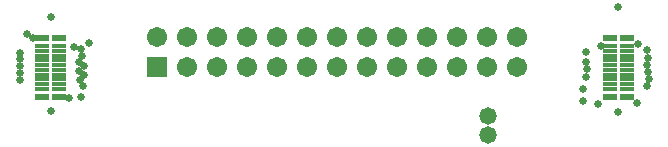
<source format=gbs>
G04*
G04 #@! TF.GenerationSoftware,Altium Limited,Altium Designer,21.6.1 (37)*
G04*
G04 Layer_Color=16711935*
%FSLAX25Y25*%
%MOIN*%
G70*
G04*
G04 #@! TF.SameCoordinates,094AEC64-6FA2-4D50-AE7A-0E8442ED52D6*
G04*
G04*
G04 #@! TF.FilePolarity,Negative*
G04*
G01*
G75*
%ADD17R,0.06706X0.06706*%
%ADD18C,0.06706*%
%ADD19C,0.02600*%
%ADD20C,0.05800*%
%ADD30R,0.05131X0.01784*%
%ADD31R,0.05131X0.02375*%
D17*
X137795Y78740D02*
D03*
D18*
Y88740D02*
D03*
X147795Y78740D02*
D03*
Y88740D02*
D03*
X157795Y78740D02*
D03*
Y88740D02*
D03*
X167795Y78740D02*
D03*
Y88740D02*
D03*
X177795Y78740D02*
D03*
Y88740D02*
D03*
X187795Y78740D02*
D03*
Y88740D02*
D03*
X197795Y78740D02*
D03*
Y88740D02*
D03*
X207795Y78740D02*
D03*
Y88740D02*
D03*
X217795Y78740D02*
D03*
Y88740D02*
D03*
X227795Y78740D02*
D03*
Y88740D02*
D03*
X237795Y78740D02*
D03*
Y88740D02*
D03*
X247795Y78740D02*
D03*
Y88740D02*
D03*
X257795Y78740D02*
D03*
Y88740D02*
D03*
D19*
X301116Y72544D02*
D03*
X301181Y77165D02*
D03*
X301575Y74803D02*
D03*
X297665Y66883D02*
D03*
X301154Y79558D02*
D03*
X301319Y81751D02*
D03*
X301069Y84626D02*
D03*
X108283Y68535D02*
D03*
X110079Y85631D02*
D03*
X96457Y88583D02*
D03*
X94488Y89764D02*
D03*
X291395Y64016D02*
D03*
X284744Y66501D02*
D03*
X285531Y85832D02*
D03*
X298031Y86614D02*
D03*
X279528Y67716D02*
D03*
Y71653D02*
D03*
X280575Y75588D02*
D03*
X281102Y78347D02*
D03*
X280709Y80709D02*
D03*
Y83858D02*
D03*
X291270Y98858D02*
D03*
X112451Y84892D02*
D03*
X114877Y86850D02*
D03*
X112604Y82690D02*
D03*
X102362Y95472D02*
D03*
X113386Y79264D02*
D03*
X111704Y80682D02*
D03*
X102362Y64173D02*
D03*
X111546Y77539D02*
D03*
X113263Y76164D02*
D03*
X91935Y81407D02*
D03*
X92000Y83700D02*
D03*
Y79200D02*
D03*
Y77000D02*
D03*
Y74500D02*
D03*
X111951Y74398D02*
D03*
X113153Y72555D02*
D03*
X112288Y68940D02*
D03*
D20*
X248031Y62598D02*
D03*
Y56299D02*
D03*
D30*
X288583Y71653D02*
D03*
X294488Y73228D02*
D03*
X288583D02*
D03*
X294488Y74803D02*
D03*
X288583D02*
D03*
X294488Y76378D02*
D03*
X288583D02*
D03*
X294488Y77953D02*
D03*
X288583D02*
D03*
X294488Y79528D02*
D03*
X288583D02*
D03*
X294488Y81102D02*
D03*
X288583D02*
D03*
X294488Y82677D02*
D03*
X288583D02*
D03*
X294488Y84252D02*
D03*
X288583D02*
D03*
X294488Y85827D02*
D03*
X288583D02*
D03*
X294488Y71653D02*
D03*
X99213Y85827D02*
D03*
X105118Y71653D02*
D03*
X99213D02*
D03*
X105118Y73228D02*
D03*
X99213D02*
D03*
X105118Y74803D02*
D03*
X99213D02*
D03*
X105118Y76378D02*
D03*
X99213D02*
D03*
X105118Y77953D02*
D03*
X99213D02*
D03*
X105118Y79528D02*
D03*
X99213D02*
D03*
X105118Y81102D02*
D03*
X99213D02*
D03*
X105118Y82677D02*
D03*
X99213D02*
D03*
X105118Y84252D02*
D03*
X99213D02*
D03*
X105118Y85827D02*
D03*
D31*
X294488Y69035D02*
D03*
X288583D02*
D03*
X294488Y88445D02*
D03*
X288583D02*
D03*
X105118Y69035D02*
D03*
X99213D02*
D03*
X105118Y88445D02*
D03*
X99213D02*
D03*
M02*

</source>
